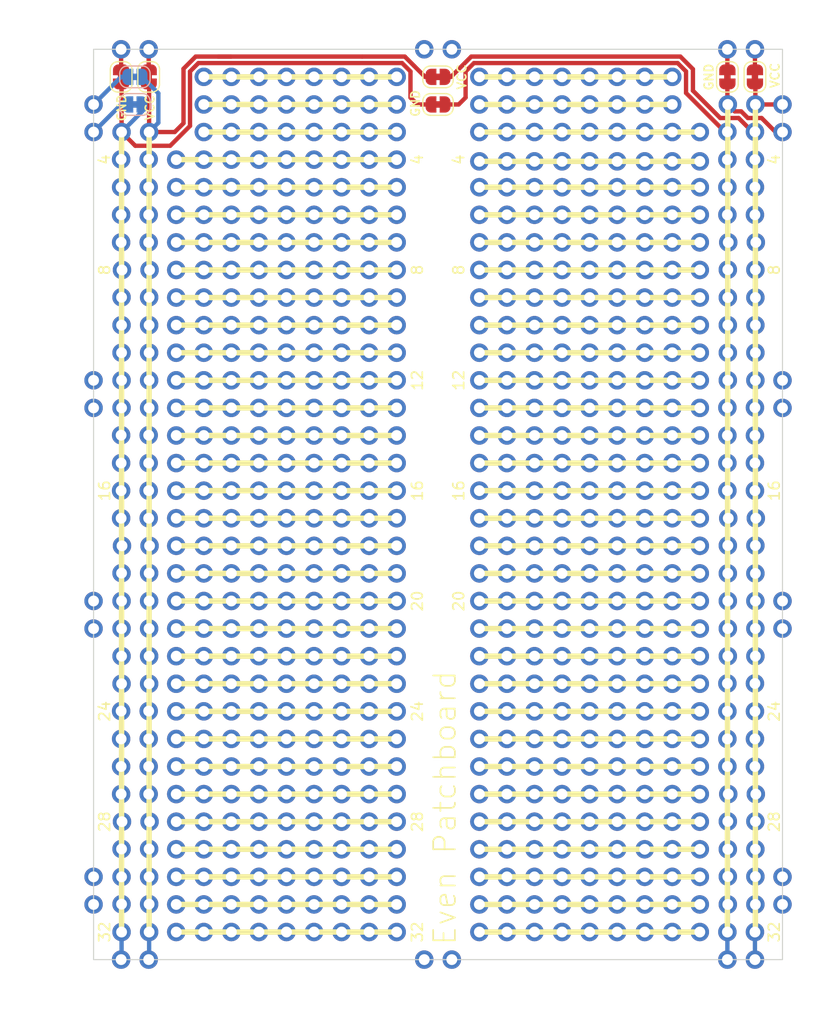
<source format=kicad_pcb>
(kicad_pcb (version 20211014) (generator pcbnew)
  (layers (0 "F.Cu" signal) (31 "B.Cu" signal) (34 "B.Paste" user) (35 "F.Paste" user) (36 "B.SilkS" user "B.Silkscreen") (37 "F.SilkS" user "F.Silkscreen") (38 "B.Mask" user) (39 "F.Mask" user) (44 "Edge.Cuts" user))
  (net 0 "")
  (net 1 "Net-(JP1-Pad2)")
  (net 2 "Net-(JP2-Pad2)")
  (net 3 "Net-(JP3-Pad2)")
  (net 4 "Net-(JP4-Pad2)")
  (net 19 "unconnected-(U1-Pad1)")
  (net 20 "unconnected-(U2-Pad1)")
  (net 21 "unconnected-(U3-Pad1)")
  (net 22 "unconnected-(U4-Pad1)")
  (net 23 "unconnected-(U5-Pad1)")
  (net 24 "unconnected-(U7-Pad1)")
  (net 25 "unconnected-(U8-Pad1)")
  (net 26 "unconnected-(U9-Pad1)")
  (net 27 "unconnected-(U10-Pad1)")
  (net 28 "unconnected-(U11-Pad1)")
  (net 29 "unconnected-(U25-Pad1)")
  (net 30 "unconnected-(U26-Pad1)")
  (net 31 "unconnected-(U27-Pad1)")
  (net 32 "unconnected-(U28-Pad1)")
  (net 33 "unconnected-(U29-Pad1)")
  (net 34 "unconnected-(U30-Pad1)")
  (net 35 "unconnected-(U31-Pad1)")
  (net 36 "unconnected-(U32-Pad1)")
  (net 37 "unconnected-(U33-Pad1)")
  (net 38 "unconnected-(U34-Pad1)")
  (net 39 "unconnected-(U35-Pad1)")
  (net 40 "unconnected-(U36-Pad1)")
  (net 41 "unconnected-(U37-Pad1)")
  (net 42 "unconnected-(U38-Pad1)")
  (net 43 "unconnected-(U39-Pad1)")
  (net 44 "unconnected-(U40-Pad1)")
  (net 45 "unconnected-(U41-Pad1)")
  (net 46 "unconnected-(U42-Pad1)")
  (net 47 "unconnected-(U43-Pad1)")
  (net 48 "unconnected-(U44-Pad1)")
  (net 49 "unconnected-(U45-Pad1)")
  (net 50 "unconnected-(U46-Pad1)")
  (net 51 "unconnected-(U47-Pad1)")
  (net 52 "unconnected-(U48-Pad1)")
  (net 53 "unconnected-(U49-Pad1)")
  (net 54 "unconnected-(U50-Pad1)")
  (net 55 "unconnected-(U51-Pad1)")
  (net 56 "unconnected-(U52-Pad1)")
  (net 57 "unconnected-(U53-Pad1)")
  (net 58 "unconnected-(U54-Pad1)")
  (net 59 "unconnected-(U55-Pad1)")
  (net 60 "unconnected-(U56-Pad1)")
  (net 61 "unconnected-(U57-Pad1)")
  (net 62 "unconnected-(U58-Pad1)")
  (net 63 "unconnected-(U59-Pad1)")
  (net 64 "unconnected-(U60-Pad1)")
  (net 65 "unconnected-(U61-Pad1)")
  (net 66 "unconnected-(U62-Pad1)")
  (net 67 "unconnected-(U63-Pad1)")
  (net 68 "unconnected-(U64-Pad1)")
  (net 69 "unconnected-(U67-Pad1)")
  (net 70 "unconnected-(U68-Pad1)")
  (net 71 "unconnected-(U69-Pad1)")
  (net 72 "unconnected-(U70-Pad1)")
  (net 73 "unconnected-(U71-Pad1)")
  (net 74 "unconnected-(U72-Pad1)")
  (net 75 "unconnected-(U73-Pad1)")
  (net 76 "unconnected-(U74-Pad1)")
  (net 77 "unconnected-(U75-Pad1)")
  (net 78 "unconnected-(U76-Pad1)")
  (net 79 "unconnected-(U77-Pad1)")
  (net 80 "unconnected-(U78-Pad1)")
  (net 81 "unconnected-(U79-Pad1)")
  (net 82 "unconnected-(U80-Pad1)")
  (net 83 "/LeftPlus")
  (net 84 "/LeftMinus")
  (net 85 "/RightPlus")
  (net 86 "/RightMinus")
  (net 87 "/LeftPlusJunk")
  (net 88 "/LeftMinusJunk")
  (footprint "Prototypeboard:2_pin_seperated" (layer "F.Cu") (at 170.18 50.8 180)
    (fp_text reference "U14")
    (fp_text value "2_pin_seperated")
  )
  (footprint "Prototypeboard:9_pin_connection" (layer "F.Cu") (at 127 99.06)
    (fp_text reference "U36")
    (fp_text value "1_row_connected")
  )
  (footprint "Prototypeboard:9_pin_connection" (layer "F.Cu") (at 127 104.14)
    (fp_text reference "U28")
    (fp_text value "1_row_connected")
  )
  (footprint "Prototypeboard:9_pin_connection" (layer "F.Cu") (at 127 93.98)
    (fp_text reference "U78")
    (fp_text value "1_row_connected")
  )
  (footprint "Prototypeboard:9_pin_connection" (layer "F.Cu") (at 127 76.2)
    (fp_text reference "U76")
    (fp_text value "1_row_connected")
  )
  (footprint "Prototypeboard:9_pin_connection" (layer "F.Cu") (at 154.94 109.22)
    (fp_text reference "U63")
    (fp_text value "1_row_connected")
  )
  (footprint "Prototypeboard:9_pin_connection" (layer "F.Cu") (at 154.94 68.58)
    (fp_text reference "U34")
    (fp_text value "1_row_connected")
  )
  (footprint "Prototypeboard:9_pin_connection" (layer "F.Cu") (at 154.94 81.28)
    (fp_text reference "U8")
    (fp_text value "1_row_connected")
  )
  (footprint "Prototypeboard:9_pin_connection" (layer "F.Cu") (at 154.94 86.36)
    (fp_text reference "U42")
    (fp_text value "1_row_connected")
  )
  (footprint "Prototypeboard:9_pin_connection" (layer "F.Cu") (at 154.94 127)
    (fp_text reference "U53")
    (fp_text value "1_row_connected")
  )
  (footprint "Prototypeboard:9_pin_connection" (layer "F.Cu") (at 127 132.08)
    (fp_text reference "U46")
    (fp_text value "1_row_connected")
  )
  (footprint "Prototypeboard:9_pin_connection" (layer "F.Cu") (at 127 106.68)
    (fp_text reference "U44")
    (fp_text value "1_row_connected")
  )
  (footprint "Prototypeboard:31x2_pin_connected" (layer "F.Cu") (at 167.64 55.88)
    (fp_text reference "U18")
    (fp_text value "2_pin_seperated")
  )
  (footprint "Prototypeboard:9_pin_connection" (layer "F.Cu") (at 127 83.82)
    (fp_text reference "U30")
    (fp_text value "1_row_connected")
  )
  (footprint "Prototypeboard:9_pin_connection" (layer "F.Cu") (at 154.94 121.92)
    (fp_text reference "U67")
    (fp_text value "1_row_connected")
  )
  (footprint "Prototypeboard:9_pin_connection" (layer "F.Cu") (at 127 96.52)
    (fp_text reference "U73")
    (fp_text value "1_row_connected")
  )
  (footprint "Prototypeboard:9_pin_connection" (layer "F.Cu") (at 154.94 61.12)
    (fp_text reference "U50")
    (fp_text value "1_row_connected")
  )
  (footprint "Prototypeboard:9_pin_connection" (layer "F.Cu") (at 127 86.36)
    (fp_text reference "U60")
    (fp_text value "1_row_connected")
  )
  (footprint "Prototypeboard:9_pin_connection" (layer "F.Cu") (at 154.94 78.74)
    (fp_text reference "U37")
    (fp_text value "1_row_connected")
  )
  (footprint "Prototypeboard:8_pin_connection" (layer "F.Cu") (at 129.54 55.88)
    (fp_text reference "U1")
    (fp_text value "1_row_connected")
  )
  (footprint "Prototypeboard:9_pin_connection" (layer "F.Cu") (at 127 121.92)
    (fp_text reference "U41")
    (fp_text value "1_row_connected")
  )
  (footprint "Prototypeboard:8_pin_connection" (layer "F.Cu") (at 154.94 55.88)
    (fp_text reference "U47")
    (fp_text value "1_row_connected")
  )
  (footprint "Prototypeboard:9_pin_connection" (layer "F.Cu") (at 127 88.9)
    (fp_text reference "U45")
    (fp_text value "1_row_connected")
  )
  (footprint "Prototypeboard:SolderJumper-2_P1.3mm_Bridged_RoundedPad1.0x1.5mm" (layer "F.Cu") (at 170.18 53.34 90)
    (fp_text reference "JP4")
    (fp_text value "Jumper_2_Bridged")
  )
  (footprint "Prototypeboard:9_pin_connection" (layer "F.Cu") (at 127 66.04)
    (fp_text reference "U26")
    (fp_text value "1_row_connected")
  )
  (footprint "Prototypeboard:9_pin_connection" (layer "F.Cu") (at 127 60.96)
    (fp_text reference "U62")
    (fp_text value "1_row_connected")
  )
  (footprint "Prototypeboard:9_pin_connection" (layer "F.Cu") (at 127 81.28)
    (fp_text reference "U77")
    (fp_text value "1_row_connected")
  )
  (footprint "Prototypeboard:9_pin_connection" (layer "F.Cu") (at 127 78.74)
    (fp_text reference "U75")
    (fp_text value "1_row_connected")
  )
  (footprint "Prototypeboard:9_pin_connection" (layer "F.Cu") (at 154.94 66.04)
    (fp_text reference "U72")
    (fp_text value "1_row_connected")
  )
  (footprint "Prototypeboard:9_pin_connection" (layer "F.Cu") (at 127 116.84)
    (fp_text reference "U7")
    (fp_text value "1_row_connected")
  )
  (footprint "Prototypeboard:9_pin_connection" (layer "F.Cu") (at 127 109.22)
    (fp_text reference "U40")
    (fp_text value "1_row_connected")
  )
  (footprint "Prototypeboard:2_pin_seperated" (layer "F.Cu") (at 111.76 134.62)
    (fp_text reference "U66")
    (fp_text value "2_pin_seperated")
  )
  (footprint "Prototypeboard:2_pin_seperated" (layer "F.Cu") (at 172.72 129.54 90)
    (fp_text reference "U16")
    (fp_text value "2_pin_seperated")
  )
  (footprint "Prototypeboard:9_pin_connection" (layer "F.Cu") (at 154.94 106.68)
    (fp_text reference "U38")
    (fp_text value "1_row_connected")
  )
  (footprint "Prototypeboard:9_pin_connection" (layer "F.Cu") (at 154.94 63.5)
    (fp_text reference "U51")
    (fp_text value "1_row_connected")
  )
  (footprint "Prototypeboard:8_pin_connection" (layer "F.Cu") (at 129.54 58.42)
    (fp_text reference "U3")
    (fp_text value "1_row_connected")
  )
  (footprint "Prototypeboard:2_pin_seperated" (layer "F.Cu") (at 172.72 104.14 90)
    (fp_text reference "U24")
    (fp_text value "2_pin_seperated")
  )
  (footprint "Prototypeboard:9_pin_connection" (layer "F.Cu") (at 127 127)
    (fp_text reference "U80")
    (fp_text value "1_row_connected")
  )
  (footprint "Prototypeboard:9_pin_connection" (layer "F.Cu") (at 154.94 96.52)
    (fp_text reference "U5")
    (fp_text value "1_row_connected")
  )
  (footprint "Prototypeboard:SolderJumper-2_P1.3mm_Bridged_RoundedPad1.0x1.5mm" (layer "F.Cu") (at 111.76 53.34 90)
    (fp_text reference "JP1")
    (fp_text value "Jumper_2_Bridged")
  )
  (footprint "Prototypeboard:9_pin_connection" (layer "F.Cu") (at 127 119.38)
    (fp_text reference "U79")
    (fp_text value "1_row_connected")
  )
  (footprint "Prototypeboard:9_pin_connection" (layer "F.Cu") (at 154.94 129.54)
    (fp_text reference "U59")
    (fp_text value "1_row_connected")
  )
  (footprint "Prototypeboard:2_pin_seperated" (layer "F.Cu") (at 172.72 83.82 90)
    (fp_text reference "U21")
    (fp_text value "2_pin_seperated")
  )
  (footprint "Prototypeboard:9_pin_connection" (layer "F.Cu") (at 154.94 83.82)
    (fp_text reference "U4")
    (fp_text value "1_row_connected")
  )
  (footprint "Prototypeboard:9_pin_connection" (layer "F.Cu") (at 154.94 71.12)
    (fp_text reference "U74")
    (fp_text value "1_row_connected")
  )
  (footprint "Prototypeboard:2_pin_seperated" (layer "F.Cu") (at 109.22 58.42 90)
    (fp_text reference "U12")
    (fp_text value "2_pin_seperated")
  )
  (footprint "Prototypeboard:9_pin_connection" (layer "F.Cu") (at 154.94 88.9)
    (fp_text reference "U58")
    (fp_text value "1_row_connected")
  )
  (footprint "Prototypeboard:2_pin_seperated" (layer "F.Cu") (at 139.7 134.62)
    (fp_text reference "U20")
    (fp_text value "2_pin_seperated")
  )
  (footprint "Prototypeboard:9_pin_connection" (layer "F.Cu") (at 154.94 76.2)
    (fp_text reference "U31")
    (fp_text value "1_row_connected")
  )
  (footprint "Prototypeboard:2_pin_seperated" (layer "F.Cu") (at 109.22 104.14 90)
    (fp_text reference "U23")
    (fp_text value "2_pin_seperated")
  )
  (footprint "Prototypeboard:9_pin_connection" (layer "F.Cu") (at 154.94 58.42)
    (fp_text reference "U64")
    (fp_text value "1_row_connected")
  )
  (footprint "Prototypeboard:9_pin_connection" (layer "F.Cu") (at 127 111.76)
    (fp_text reference "U11")
    (fp_text value "1_row_connected")
  )
  (footprint "Prototypeboard:SolderJumper-2_P1.3mm_Bridged_RoundedPad1.0x1.5mm" (layer "F.Cu") (at 114.3 53.34 90)
    (fp_text reference "JP2")
    (fp_text value "Jumper_2_Bridged")
  )
  (footprint "Prototypeboard:2_pin_seperated" (layer "F.Cu") (at 109.22 129.54 90)
    (fp_text reference "U13")
    (fp_text value "2_pin_seperated")
  )
  (footprint "Prototypeboard:9_pin_connection" (layer "F.Cu") (at 127 129.54)
    (fp_text reference "U71")
    (fp_text value "1_row_connected")
  )
  (footprint "Prototypeboard:9_pin_connection" (layer "F.Cu") (at 154.94 91.44)
    (fp_text reference "U55")
    (fp_text value "1_row_connected")
  )
  (footprint "Prototypeboard:9_pin_connection" (layer "F.Cu") (at 154.94 119.38)
    (fp_text reference "U10")
    (fp_text value "1_row_connected")
  )
  (footprint "Prototypeboard:8_pin_connection" (layer "F.Cu") (at 154.94 53.34)
    (fp_text reference "U48")
    (fp_text value "1_row_connected")
  )
  (footprint "Prototypeboard:9_pin_connection" (layer "F.Cu") (at 154.94 111.76)
    (fp_text reference "U52")
    (fp_text value "1_row_connected")
  )
  (footprint "Prototypeboard:8_pin_connection" (layer "F.Cu") (at 129.54 53.34)
    (fp_text reference "U2")
    (fp_text value "1_row_connected")
  )
  (footprint "Prototypeboard:9_pin_connection" (layer "F.Cu") (at 154.94 99.06)
    (fp_text reference "U9")
    (fp_text value "1_row_connected")
  )
  (footprint "Prototypeboard:SolderJumper-2_P1.3mm_Bridged_RoundedPad1.0x1.5mm" (layer "F.Cu") (at 167.64 53.34 90)
    (fp_text reference "JP3")
    (fp_text value "Jumper_2_Bridged")
  )
  (footprint "Prototypeboard:9_pin_connection" (layer "F.Cu") (at 154.94 104.14)
    (fp_text reference "U27")
    (fp_text value "1_row_connected")
  )
  (footprint "Prototypeboard:9_pin_connection" (layer "F.Cu") (at 127 63.5)
    (fp_text reference "U70")
    (fp_text value "1_row_connected")
  )
  (footprint "Prototypeboard:2_pin_seperated" (layer "F.Cu") (at 109.22 83.82 90)
    (fp_text reference "U22")
    (fp_text value "2_pin_seperated")
  )
  (footprint "Prototypeboard:9_pin_connection" (layer "F.Cu") (at 154.94 93.98)
    (fp_text reference "U32")
    (fp_text value "1_row_connected")
  )
  (footprint "Prototypeboard:SolderJumper-2_P1.3mm_Bridged_RoundedPad1.0x1.5mm" (layer "F.Cu") (at 140.97 55.88)
    (fp_text reference "JP9")
    (fp_text value "Jumper_2_Bridged")
  )
  (footprint "Prototypeboard:9_pin_connection" (layer "F.Cu") (at 127 114.3)
    (fp_text reference "U35")
    (fp_text value "1_row_connected")
  )
  (footprint "Prototypeboard:9_pin_connection" (layer "F.Cu") (at 154.94 132.08)
    (fp_text reference "U57")
    (fp_text value "1_row_connected")
  )
  (footprint "Prototypeboard:2_pin_seperated" (layer "F.Cu") (at 139.7 50.8)
    (fp_text reference "U19")
    (fp_text value "2_pin_seperated")
  )
  (footprint "Prototypeboard:9_pin_connection" (layer "F.Cu") (at 154.94 116.84)
    (fp_text reference "U43")
    (fp_text value "1_row_connected")
  )
  (footprint "Prototypeboard:9_pin_connection" (layer "F.Cu") (at 127 124.46)
    (fp_text reference "U25")
    (fp_text value "1_row_connected")
  )
  (footprint "Prototypeboard:9_pin_connection" (layer "F.Cu") (at 127 68.58)
    (fp_text reference "U49")
    (fp_text value "1_row_connected")
  )
  (footprint "Prototypeboard:SolderJumper-2_P1.3mm_Bridged_RoundedPad1.0x1.5mm" (layer "F.Cu") (at 140.97 53.34)
    (fp_text reference "JP10")
    (fp_text value "Jumper_2_Bridged")
  )
  (footprint "Prototypeboard:30x2_pin_connected" (layer "F.Cu") (at 111.800547 58.42)
    (fp_text reference "U6")
    (fp_text value "2_pin_seperated")
  )
  (footprint "Prototypeboard:2_pin_seperated" (layer "F.Cu") (at 111.76 50.8)
    (fp_text reference "U65")
    (fp_text value "2_pin_seperated")
  )
  (footprint "Prototypeboard:2_pin_seperated" (layer "F.Cu") (at 172.72 55.88 -90)
    (fp_text reference "U17")
    (fp_text value "2_pin_seperated")
  )
  (footprint "Prototypeboard:9_pin_connection" (layer "F.Cu") (at 127 73.66)
    (fp_text reference "U69")
    (fp_text value "1_row_connected")
  )
  (footprint "Prototypeboard:9_pin_connection" (layer "F.Cu") (at 127 91.44)
    (fp_text reference "U56")
    (fp_text value "1_row_connected")
  )
  (footprint "Prototypeboard:9_pin_connection" (layer "F.Cu") (at 154.94 73.66)
    (fp_text reference "U54")
    (fp_text value "1_row_connected")
  )
  (footprint "Prototypeboard:9_pin_connection" (layer "F.Cu") (at 127 71.12)
    (fp_text reference "U33")
    (fp_text value "1_row_connected")
  )
  (footprint "Prototypeboard:9_pin_connection" (layer "F.Cu") (at 154.94 114.3)
    (fp_text reference "U68")
    (fp_text value "1_row_connected")
  )
  (footprint "Prototypeboard:9_pin_connection" (layer "F.Cu") (at 154.94 124.46)
    (fp_text reference "U39")
    (fp_text value "1_row_connected")
  )
  (footprint "Prototypeboard:9_pin_connection" (layer "F.Cu") (at 127 101.6)
    (fp_text reference "U29")
    (fp_text value "1_row_connected")
  )
  (footprint "Prototypeboard:9_pin_connection" (layer "F.Cu") (at 154.94 101.6)
    (fp_text reference "U61")
    (fp_text value "1_row_connected")
  )
  (footprint "Prototypeboard:2_pin_seperated" (layer "F.Cu") (at 170.18 134.62 180)
    (fp_text reference "U15")
    (fp_text value "2_pin_seperated")
  )
  (footprint "Prototypeboard:SolderJumper-2_P1.3mm_Bridged_RoundedPad1.0x1.5mm" (layer "B.Cu") (at 113.03 53.34)
    (fp_text reference "JP6")
    (fp_text value "Jumper_2_Bridged")
  )
  (footprint "Prototypeboard:SolderJumper-2_P1.3mm_Bridged_RoundedPad1.0x1.5mm" (layer "B.Cu") (at 113.03 55.88)
    (fp_text reference "JP5")
    (fp_text value "Jumper_2_Bridged")
  )
  (gr_rect (start 109.22 50.8) (end 172.72 134.62) (layer "Edge.Cuts") (width 0.1) (fill none))
  (gr_text "24" (at 139.065 111.76 90) (layer "F.SilkS") (effects (font (size 1 1))))
  (gr_text "4" (at 110.236 60.96 90) (layer "F.SilkS") (effects (font (size 1 1))))
  (gr_text "24" (at 171.958 111.76 90) (layer "F.SilkS") (effects (font (size 1 1))))
  (gr_text "Even Patchboard" (at 141.605 120.65 90) (layer "F.SilkS") (effects (font (size 2 2))))
  (gr_text "28" (at 171.958 121.92 90) (layer "F.SilkS") (effects (font (size 1 1))))
  (gr_text "VCC" (at 172.030226 53.212264 90) (layer "F.SilkS") (effects (font (size 0.8 0.8))))
  (gr_text "16" (at 171.958 91.44 90) (layer "F.SilkS") (effects (font (size 1 1))))
  (gr_text "28" (at 110.236 121.92 90) (layer "F.SilkS") (effects (font (size 1 1))))
  (gr_text "32" (at 171.958 132.08 90) (layer "F.SilkS") (effects (font (size 1 1))))
  (gr_text "8" (at 110.236 71.12 90) (layer "F.SilkS") (effects (font (size 1 1))))
  (gr_text "GND" (at 111.811744 56.19786 90) (layer "F.SilkS") (effects (font (size 0.8 0.8))))
  (gr_text "12" (at 139.065 81.28 90) (layer "F.SilkS") (effects (font (size 1 1))))
  (gr_text "4" (at 142.875 60.96 90) (layer "F.SilkS") (effects (font (size 1 1))))
  (gr_text "32" (at 110.236 132.08 90) (layer "F.SilkS") (effects (font (size 1 1))))
  (gr_text "4" (at 171.958 60.96 90) (layer "F.SilkS") (effects (font (size 1 1))))
  (gr_text "20" (at 139.065 101.6 90) (layer "F.SilkS") (effects (font (size 1 1))))
  (gr_text "8" (at 142.875 71.12 90) (layer "F.SilkS") (effects (font (size 1 1))))
  (gr_text "GND" (at 165.934063 53.355328 90) (layer "F.SilkS") (effects (font (size 0.8 0.8))))
  (gr_text "32" (at 139.065 132.08 90) (layer "F.SilkS") (effects (font (size 1 1))))
  (gr_text "24" (at 110.236 111.76 90) (layer "F.SilkS") (effects (font (size 1 1))))
  (gr_text "4" (at 139.065 60.96 90) (layer "F.SilkS") (effects (font (size 1 1))))
  (gr_text "16" (at 110.236 91.44 90) (layer "F.SilkS") (effects (font (size 1 1))))
  (gr_text "VCC" (at 114.415317 56.181598 90) (layer "F.SilkS") (effects (font (size 0.8 0.8))))
  (gr_text "16" (at 139.065 91.44 90) (layer "F.SilkS") (effects (font (size 1 1))))
  (gr_text "16" (at 142.875 91.44 90) (layer "F.SilkS") (effects (font (size 1 1))))
  (gr_text "8" (at 139.065 71.12 90) (layer "F.SilkS") (effects (font (size 1 1))))
  (gr_text "8" (at 171.958 71.12 90) (layer "F.SilkS") (effects (font (size 1 1))))
  (gr_text "28" (at 139.065 121.92 90) (layer "F.SilkS") (effects (font (size 1 1))))
  (gr_text "VCC" (at 143.166084 53.346573 90) (layer "F.SilkS") (effects (font (size 0.8 0.8))))
  (gr_text "20" (at 142.875 101.6 90) (layer "F.SilkS") (effects (font (size 1 1))))
  (gr_text "12" (at 142.875 81.28 90) (layer "F.SilkS") (effects (font (size 1 1))))
  (gr_text "GND" (at 138.886936 55.784198 90) (layer "F.SilkS") (effects (font (size 0.8 0.8))))
  (segment (start 111.76 52.69) (end 111.76 51) (width 0.4) (layer "F.Cu") (net 1))
  (segment (start 114.3 52.69) (end 114.3 51) (width 0.4) (layer "F.Cu") (net 2))
  (segment (start 167.64 52.69) (end 167.64 51) (width 0.4) (layer "F.Cu") (net 3))
  (segment (start 170.18 52.69) (end 170.18 51) (width 0.4) (layer "F.Cu") (net 4))
  (segment (start 137.16 55.88) (end 119.38 55.88) (width 0.4) (layer "B.Cu") (net 19))
  (segment (start 119.38 53.34) (end 137.16 53.34) (width 0.4) (layer "B.Cu") (net 20))
  (segment (start 119.38 58.42) (end 137.16 58.42) (width 0.4) (layer "B.Cu") (net 21))
  (segment (start 144.78 83.82) (end 165.1 83.82) (width 0.4) (layer "B.Cu") (net 22))
  (segment (start 165.1 96.52) (end 144.78 96.52) (width 0.4) (layer "B.Cu") (net 23))
  (segment (start 137.16 116.84) (end 116.84 116.84) (width 0.4) (layer "B.Cu") (net 24))
  (segment (start 165.1 81.28) (end 144.78 81.28) (width 0.4) (layer "B.Cu") (net 25))
  (segment (start 144.78 99.06) (end 165.1 99.06) (width 0.4) (layer "B.Cu") (net 26))
  (segment (start 165.1 119.38) (end 144.78 119.38) (width 0.4) (layer "B.Cu") (net 27))
  (segment (start 137.16 111.76) (end 116.84 111.76) (width 0.4) (layer "B.Cu") (net 28))
  (segment (start 116.84 124.46) (end 137.16 124.46) (width 0.4) (layer "B.Cu") (net 29))
  (segment (start 137.16 66.04) (end 116.84 66.04) (width 0.4) (layer "B.Cu") (net 30))
  (segment (start 144.78 104.14) (end 165.1 104.14) (width 0.4) (layer "B.Cu") (net 31))
  (segment (start 116.84 104.14) (end 137.16 104.14) (width 0.4) (layer "B.Cu") (net 32))
  (segment (start 137.16 101.6) (end 116.84 101.6) (width 0.4) (layer "B.Cu") (net 33))
  (segment (start 116.84 83.82) (end 137.16 83.82) (width 0.4) (layer "B.Cu") (net 34))
  (segment (start 165.1 76.2) (end 144.78 76.2) (width 0.4) (layer "B.Cu") (net 35))
  (segment (start 144.78 93.98) (end 165.1 93.98) (width 0.4) (layer "B.Cu") (net 36))
  (segment (start 137.16 71.12) (end 116.84 71.12) (width 0.4) (layer "B.Cu") (net 37))
  (segment (start 144.78 68.58) (end 165.1 68.58) (width 0.4) (layer "B.Cu") (net 38))
  (segment (start 116.84 114.3) (end 137.16 114.3) (width 0.4) (layer "B.Cu") (net 39))
  (segment (start 116.84 99.06) (end 137.16 99.06) (width 0.4) (layer "B.Cu") (net 40))
  (segment (start 144.78 78.74) (end 165.1 78.74) (width 0.4) (layer "B.Cu") (net 41))
  (segment (start 165.1 106.68) (end 144.78 106.68) (width 0.4) (layer "B.Cu") (net 42))
  (segment (start 165.1 124.46) (end 144.78 124.46) (width 0.4) (layer "B.Cu") (net 43))
  (segment (start 116.84 109.22) (end 137.16 109.22) (width 0.4) (layer "B.Cu") (net 44))
  (segment (start 137.16 121.92) (end 116.84 121.92) (width 0.4) (layer "B.Cu") (net 45))
  (segment (start 165.1 86.36) (end 144.78 86.36) (width 0.4) (layer "B.Cu") (net 46))
  (segment (start 165.1 116.84) (end 144.78 116.84) (width 0.4) (layer "B.Cu") (net 47))
  (segment (start 137.16 106.68) (end 116.84 106.68) (width 0.4) (layer "B.Cu") (net 48))
  (segment (start 116.84 88.9) (end 137.16 88.9) (width 0.4) (layer "B.Cu") (net 49))
  (segment (start 137.16 132.08) (end 116.84 132.08) (width 0.4) (layer "B.Cu") (net 50))
  (segment (start 162.56 55.88) (end 144.78 55.88) (width 0.4) (layer "B.Cu") (net 51))
  (segment (start 144.78 53.34) (end 162.56 53.34) (width 0.4) (layer "B.Cu") (net 52))
  (segment (start 116.84 68.58) (end 137.16 68.58) (width 0.4) (layer "B.Cu") (net 53))
  (segment (start 165.1 61.12) (end 144.78 61.12) (width 0.4) (layer "B.Cu") (net 54))
  (segment (start 144.78 63.5) (end 165.1 63.5) (width 0.4) (layer "B.Cu") (net 55))
  (segment (start 165.1 111.76) (end 144.78 111.76) (width 0.4) (layer "B.Cu") (net 56))
  (segment (start 144.78 127) (end 165.1 127) (width 0.4) (layer "B.Cu") (net 57))
  (segment (start 144.78 73.66) (end 165.1 73.66) (width 0.4) (layer "B.Cu") (net 58))
  (segment (start 165.1 91.44) (end 144.78 91.44) (width 0.4) (layer "B.Cu") (net 59))
  (segment (start 137.16 91.44) (end 116.84 91.44) (width 0.4) (layer "B.Cu") (net 60))
  (segment (start 144.78 132.08) (end 165.1 132.08) (width 0.4) (layer "B.Cu") (net 61))
  (segment (start 144.78 88.9) (end 165.1 88.9) (width 0.4) (layer "B.Cu") (net 62))
  (segment (start 165.1 129.54) (end 144.78 129.54) (width 0.4) (layer "B.Cu") (net 63))
  (segment (start 137.16 86.36) (end 116.84 86.36) (width 0.4) (layer "B.Cu") (net 64))
  (segment (start 165.1 101.6) (end 144.78 101.6) (width 0.4) (layer "B.Cu") (net 65))
  (segment (start 137.16 60.96) (end 116.84 60.96) (width 0.4) (layer "B.Cu") (net 66))
  (segment (start 144.78 109.22) (end 165.1 109.22) (width 0.4) (layer "B.Cu") (net 67))
  (segment (start 144.78 58.42) (end 165.1 58.42) (width 0.4) (layer "B.Cu") (net 68))
  (segment (start 144.78 121.92) (end 165.1 121.92) (width 0.4) (layer "B.Cu") (net 69))
  (segment (start 144.78 114.3) (end 165.1 114.3) (width 0.4) (layer "B.Cu") (net 70))
  (segment (start 116.84 73.66) (end 137.16 73.66) (width 0.4) (layer "B.Cu") (net 71))
  (segment (start 116.84 63.5) (end 137.16 63.5) (width 0.4) (layer "B.Cu") (net 72))
  (segment (start 116.84 129.54) (end 137.16 129.54) (width 0.4) (layer "B.Cu") (net 73))
  (segment (start 165.1 66.04) (end 144.78 66.04) (width 0.4) (layer "B.Cu") (net 74))
  (segment (start 137.16 96.52) (end 116.84 96.52) (width 0.4) (layer "B.Cu") (net 75))
  (segment (start 165.1 71.12) (end 144.78 71.12) (width 0.4) (layer "B.Cu") (net 76))
  (segment (start 116.84 78.74) (end 137.16 78.74) (width 0.4) (layer "B.Cu") (net 77))
  (segment (start 137.16 76.2) (end 116.84 76.2) (width 0.4) (layer "B.Cu") (net 78))
  (segment (start 137.16 81.28) (end 116.84 81.28) (width 0.4) (layer "B.Cu") (net 79))
  (segment (start 116.84 93.98) (end 137.16 93.98) (width 0.4) (layer "B.Cu") (net 80))
  (segment (start 116.84 119.38) (end 137.16 119.38) (width 0.4) (layer "B.Cu") (net 81))
  (segment (start 137.16 127) (end 116.84 127) (width 0.4) (layer "B.Cu") (net 82))
  (segment (start 118.633705 51.47) (end 121.885 51.47) (width 0.4) (layer "F.Cu") (net 83))
  (segment (start 114.340547 58.42) (end 114.340547 54.030547) (width 0.4) (layer "F.Cu") (net 83))
  (segment (start 137.906295 51.47) (end 133.985 51.47) (width 0.4) (layer "F.Cu") (net 83))
  (segment (start 140.32 53.34) (end 139.776295 53.34) (width 0.4) (layer "F.Cu") (net 83))
  (segment (start 114.340547 54.030547) (end 114.3 53.99) (width 0.4) (layer "F.Cu") (net 83))
  (segment (start 117.51 52.593705) (end 118.633705 51.47) (width 0.4) (layer "F.Cu") (net 83))
  (segment (start 117.51 57.607677) (end 117.51 52.593705) (width 0.4) (layer "F.Cu") (net 83))
  (segment (start 133.985 51.47) (end 121.885 51.47) (width 0.4) (layer "F.Cu") (net 83))
  (segment (start 114.340547 58.42) (end 116.697677 58.42) (width 0.4) (layer "F.Cu") (net 83))
  (segment (start 139.776295 53.34) (end 138.785647 52.349352) (width 0.4) (layer "F.Cu") (net 83))
  (segment (start 114.3 124.500547) (end 114.259453 124.46) (width 0.254) (layer "F.Cu") (net 83))
  (segment (start 121.885 51.47) (end 120.685 51.47) (width 0.4) (layer "F.Cu") (net 83))
  (segment (start 114.402323 58.393972) (end 114.259453 58.393972) (width 0.4) (layer "F.Cu") (net 83))
  (segment (start 116.697677 58.42) (end 117.51 57.607677) (width 0.4) (layer "F.Cu") (net 83))
  (segment (start 138.785647 52.349352) (end 137.906295 51.47) (width 0.4) (layer "F.Cu") (net 83))
  (segment (start 114.340547 134.379453) (end 114.3 134.42) (width 0.4) (layer "B.Cu") (net 83))
  (segment (start 115.190547 57.57) (end 114.340547 58.42) (width 0.4) (layer "B.Cu") (net 83))
  (segment (start 113.68 53.34) (end 115.190547 54.850547) (width 0.4) (layer "B.Cu") (net 83))
  (segment (start 115.190547 54.850547) (end 115.190547 57.57) (width 0.4) (layer "B.Cu") (net 83))
  (segment (start 114.340547 58.42) (end 114.340547 134.379453) (width 0.4) (layer "B.Cu") (net 83))
  (segment (start 138.43 55.245) (end 139.065 55.88) (width 0.4) (layer "F.Cu") (net 84))
  (segment (start 138.43 52.842233) (end 138.43 55.245) (width 0.4) (layer "F.Cu") (net 84))
  (segment (start 111.652878 58.42) (end 111.678906 58.393972) (width 0.254) (layer "F.Cu") (net 84))
  (segment (start 111.76 53.99) (end 111.800547 54.030547) (width 0.4) (layer "F.Cu") (net 84))
  (segment (start 139.065 55.88) (end 140.32 55.88) (width 0.4) (layer "F.Cu") (net 84))
  (segment (start 113.064519 59.683972) (end 116.282233 59.683972) (width 0.4) (layer "F.Cu") (net 84))
  (segment (start 118.11 52.842233) (end 118.882233 52.07) (width 0.4) (layer "F.Cu") (net 84))
  (segment (start 111.733972 121.92) (end 111.76 121.893972) (width 0.254) (layer "F.Cu") (net 84))
  (segment (start 111.800547 54.030547) (end 111.800547 58.42) (width 0.4) (layer "F.Cu") (net 84))
  (segment (start 116.282233 59.683972) (end 118.11 57.856205) (width 0.4) (layer "F.Cu") (net 84))
  (segment (start 118.11 57.856205) (end 118.11 52.842233) (width 0.4) (layer "F.Cu") (net 84))
  (segment (start 137.657767 52.07) (end 138.43 52.842233) (width 0.4) (layer "F.Cu") (net 84))
  (segment (start 118.882233 52.07) (end 137.657767 52.07) (width 0.4) (layer "F.Cu") (net 84))
  (segment (start 111.800547 58.42) (end 113.064519 59.683972) (width 0.4) (layer "F.Cu") (net 84))
  (segment (start 111.800547 134.379453) (end 111.76 134.42) (width 0.4) (layer "B.Cu") (net 84))
  (segment (start 113.68 56.540547) (end 111.800547 58.42) (width 0.4) (layer "B.Cu") (net 84))
  (segment (start 111.800547 58.42) (end 111.800547 134.379453) (width 0.4) (layer "B.Cu") (net 84))
  (segment (start 113.68 55.88) (end 113.68 56.540547) (width 0.4) (layer "B.Cu") (net 84))
  (segment (start 164.465 54.61) (end 166.985 57.13) (width 0.4) (layer "F.Cu") (net 85))
  (segment (start 168.676472 57.13) (end 169.940444 58.393972) (width 0.4) (layer "F.Cu") (net 85))
  (segment (start 141.62 53.34) (end 142.163705 53.34) (width 0.4) (layer "F.Cu") (net 85))
  (segment (start 163.306295 51.47) (end 164.465 52.628705) (width 0.4) (layer "F.Cu") (net 85))
  (segment (start 170.220547 54.030547) (end 170.18 53.99) (width 0.4) (layer "F.Cu") (net 85))
  (segment (start 142.163705 53.34) (end 144.033705 51.47) (width 0.4) (layer "F.Cu") (net 85))
  (segment (start 164.465 52.628705) (end 164.465 54.61) (width 0.4) (layer "F.Cu") (net 85))
  (segment (start 170.220547 55.88) (end 172.52 55.88) (width 0.4) (layer "F.Cu") (net 85))
  (segment (start 169.940444 58.393972) (end 170.18 58.393972) (width 0.4) (layer "F.Cu") (net 85))
  (segment (start 144.033705 51.47) (end 163.306295 51.47) (width 0.4) (layer "F.Cu") (net 85))
  (segment (start 170.220547 55.88) (end 170.220547 54.030547) (width 0.4) (layer "F.Cu") (net 85))
  (segment (start 166.985 57.13) (end 168.676472 57.13) (width 0.4) (layer "F.Cu") (net 85))
  (segment (start 170.18 132.08) (end 170.18 134.42) (width 0.4) (layer "B.Cu") (net 85))
  (segment (start 170.18 55.920547) (end 170.220547 55.88) (width 0.4) (layer "B.Cu") (net 85))
  (segment (start 170.18 132.08) (end 170.18 55.920547) (width 0.4) (layer "B.Cu") (net 85))
  (segment (start 167.64 55.839453) (end 167.680547 55.88) (width 0.4) (layer "F.Cu") (net 86))
  (segment (start 143.51 55.245) (end 143.51 52.842233) (width 0.4) (layer "F.Cu") (net 86))
  (segment (start 167.400444 58.393972) (end 167.64 58.393972) (width 0.4) (layer "F.Cu") (net 86))
  (segment (start 163.83 52.842233) (end 163.83 54.823528) (width 0.4) (layer "F.Cu") (net 86))
  (segment (start 167.680547 55.88) (end 168.315547 56.515) (width 0.4) (layer "F.Cu") (net 86))
  (segment (start 163.057767 52.07) (end 163.83 52.842233) (width 0.4) (layer "F.Cu") (net 86))
  (segment (start 172.085 58.42) (end 172.52 58.42) (width 0.4) (layer "F.Cu") (net 86))
  (segment (start 168.91 56.515) (end 169.525 57.13) (width 0.4) (layer "F.Cu") (net 86))
  (segment (start 169.525 57.13) (end 170.795 57.13) (width 0.4) (layer "F.Cu") (net 86))
  (segment (start 168.315547 56.515) (end 168.91 56.515) (width 0.4) (layer "F.Cu") (net 86))
  (segment (start 143.51 52.842233) (end 144.282233 52.07) (width 0.4) (layer "F.Cu") (net 86))
  (segment (start 163.83 54.823528) (end 167.400444 58.393972) (width 0.4) (layer "F.Cu") (net 86))
  (segment (start 141.62 55.88) (end 142.875 55.88) (width 0.4) (layer "F.Cu") (net 86))
  (segment (start 142.875 55.88) (end 143.51 55.245) (width 0.4) (layer "F.Cu") (net 86))
  (segment (start 170.795 57.13) (end 172.085 58.42) (width 0.4) (layer "F.Cu") (net 86))
  (segment (start 144.282233 52.07) (end 163.057767 52.07) (width 0.4) (layer "F.Cu") (net 86))
  (segment (start 167.64 53.99) (end 167.64 55.839453) (width 0.4) (layer "F.Cu") (net 86))
  (segment (start 167.680547 132.039453) (end 167.64 132.08) (width 0.4) (layer "B.Cu") (net 86))
  (segment (start 167.680547 55.88) (end 167.680547 132.039453) (width 0.4) (layer "B.Cu") (net 86))
  (segment (start 167.64 132.08) (end 167.64 134.42) (width 0.4) (layer "B.Cu") (net 86))
  (segment (start 111.76 53.34) (end 109.42 55.68) (width 0.4) (layer "B.Cu") (net 87))
  (segment (start 109.42 55.68) (end 109.42 55.88) (width 0.4) (layer "B.Cu") (net 87))
  (segment (start 112.38 53.34) (end 111.76 53.34) (width 0.4) (layer "B.Cu") (net 87))
  (segment (start 112.38 55.88) (end 111.76 55.88) (width 0.4) (layer "B.Cu") (net 88))
  (segment (start 111.76 55.88) (end 109.42 58.22) (width 0.4) (layer "B.Cu") (net 88))
  (segment (start 109.42 58.22) (end 109.42 58.42) (width 0.4) (layer "B.Cu") (net 88))
)
</source>
